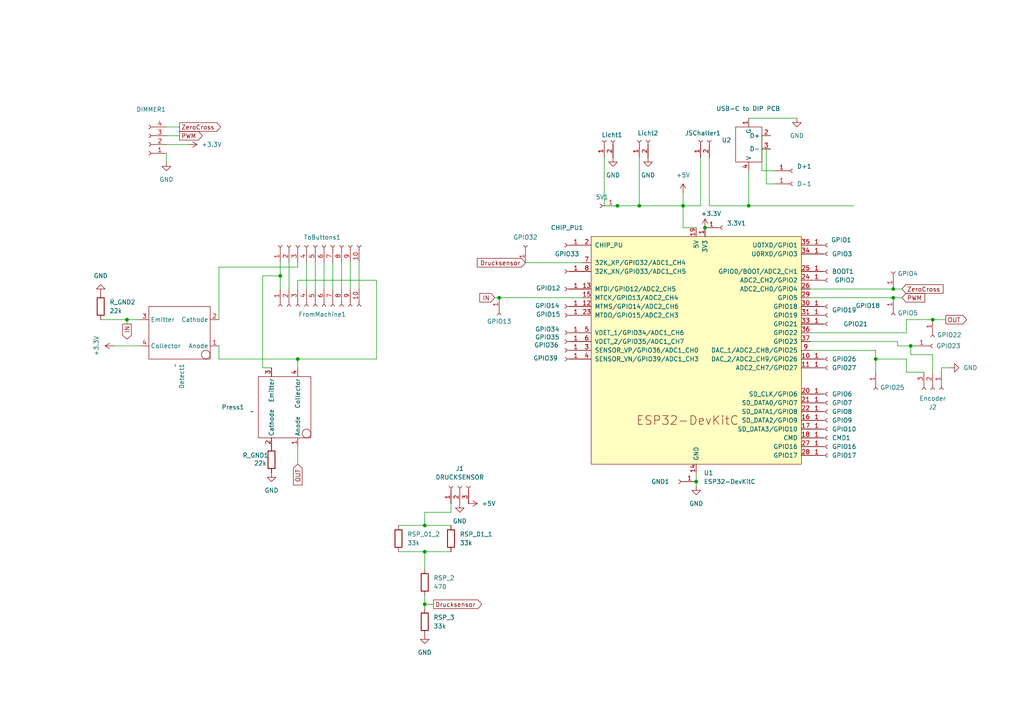
<source format=kicad_sch>
(kicad_sch (version 20231120) (generator "eeschema") (generator_version "8.0")
  (paper "A4")
  (lib_symbols
    (symbol "Connector:Conn_01x01_Socket" (pin_names (offset 1.016) hide)
      (property "Reference" "J" (at 0 2.54 0))
      (property "Value" "Conn_01x01_Socket" (at 0 -2.54 0))
      (symbol "Conn_01x01_Socket_1_1"
        (polyline (pts (xy -1.27 0) (xy -0.508 0)) (stroke (width 0.1524)))
        (arc (start 0 0.508) (mid -0.5058 0) (end 0 -0.508) (stroke (width 0.1524)))
        (pin passive line (at -5.08 0 0) (length 3.81) (name "Pin_1") (number "1"))
      )
    )
    (symbol "Connector:Conn_01x02_Socket" (pin_names (offset 1.016) hide)
      (property "Reference" "J" (at 0 2.54 0))
      (property "Value" "Conn_01x02_Socket" (at 0 -5.08 0))
      (symbol "Conn_01x02_Socket_1_1"
        (arc (start 0 -2.032) (mid -0.5058 -2.54) (end 0 -3.048) (stroke (width 0.1524)))
        (polyline (pts (xy -1.27 -2.54) (xy -0.508 -2.54)) (stroke (width 0.1524)))
        (polyline (pts (xy -1.27 0) (xy -0.508 0)) (stroke (width 0.1524)))
        (arc (start 0 0.508) (mid -0.5058 0) (end 0 -0.508) (stroke (width 0.1524)))
        (pin passive line (at -5.08 0 0) (length 3.81) (name "Pin_1") (number "1"))
        (pin passive line (at -5.08 -2.54 0) (length 3.81) (name "Pin_2") (number "2"))
      )
    )
    (symbol "Connector:Conn_01x03_Socket" (pin_names (offset 1.016) hide)
      (property "Reference" "J" (at 0 5.08 0))
      (property "Value" "Conn_01x03_Socket" (at 0 -5.08 0))
      (symbol "Conn_01x03_Socket_1_1"
        (arc (start 0 -2.032) (mid -0.5058 -2.54) (end 0 -3.048) (stroke (width 0.1524)))
        (polyline (pts (xy -1.27 -2.54) (xy -0.508 -2.54)) (stroke (width 0.1524)))
        (polyline (pts (xy -1.27 0) (xy -0.508 0)) (stroke (width 0.1524)))
        (polyline (pts (xy -1.27 2.54) (xy -0.508 2.54)) (stroke (width 0.1524)))
        (arc (start 0 0.508) (mid -0.5058 0) (end 0 -0.508) (stroke (width 0.1524)))
        (arc (start 0 3.048) (mid -0.5058 2.54) (end 0 2.032) (stroke (width 0.1524)))
        (pin passive line (at -5.08 2.54 0) (length 3.81) (name "Pin_1") (number "1"))
        (pin passive line (at -5.08 0 0) (length 3.81) (name "Pin_2") (number "2"))
        (pin passive line (at -5.08 -2.54 0) (length 3.81) (name "Pin_3") (number "3"))
      )
    )
    (symbol "Connector:Conn_01x04_Socket" (pin_names (offset 1.016) hide)
      (property "Reference" "J" (at 0 5.08 0))
      (property "Value" "Conn_01x04_Socket" (at 0 -7.62 0))
      (symbol "Conn_01x04_Socket_1_1"
        (arc (start 0 -4.572) (mid -0.5058 -5.08) (end 0 -5.588) (stroke (width 0.1524)))
        (arc (start 0 -2.032) (mid -0.5058 -2.54) (end 0 -3.048) (stroke (width 0.1524)))
        (polyline (pts (xy -1.27 -5.08) (xy -0.508 -5.08)) (stroke (width 0.1524)))
        (polyline (pts (xy -1.27 -2.54) (xy -0.508 -2.54)) (stroke (width 0.1524)))
        (polyline (pts (xy -1.27 0) (xy -0.508 0)) (stroke (width 0.1524)))
        (polyline (pts (xy -1.27 2.54) (xy -0.508 2.54)) (stroke (width 0.1524)))
        (arc (start 0 0.508) (mid -0.5058 0) (end 0 -0.508) (stroke (width 0.1524)))
        (arc (start 0 3.048) (mid -0.5058 2.54) (end 0 2.032) (stroke (width 0.1524)))
        (pin passive line (at -5.08 2.54 0) (length 3.81) (name "Pin_1") (number "1"))
        (pin passive line (at -5.08 0 0) (length 3.81) (name "Pin_2") (number "2"))
        (pin passive line (at -5.08 -2.54 0) (length 3.81) (name "Pin_3") (number "3"))
        (pin passive line (at -5.08 -5.08 0) (length 3.81) (name "Pin_4") (number "4"))
      )
    )
    (symbol "Connector:Conn_01x10_Socket" (pin_names (offset 1.016) hide)
      (property "Reference" "J" (at 0 12.7 0))
      (property "Value" "Conn_01x10_Socket" (at 0 -15.24 0))
      (symbol "Conn_01x10_Socket_1_1"
        (arc (start 0 -12.192) (mid -0.5058 -12.7) (end 0 -13.208) (stroke (width 0.1524)))
        (arc (start 0 -9.652) (mid -0.5058 -10.16) (end 0 -10.668) (stroke (width 0.1524)))
        (arc (start 0 -7.112) (mid -0.5058 -7.62) (end 0 -8.128) (stroke (width 0.1524)))
        (arc (start 0 -4.572) (mid -0.5058 -5.08) (end 0 -5.588) (stroke (width 0.1524)))
        (arc (start 0 -2.032) (mid -0.5058 -2.54) (end 0 -3.048) (stroke (width 0.1524)))
        (polyline (pts (xy -1.27 -12.7) (xy -0.508 -12.7)) (stroke (width 0.1524)))
        (polyline (pts (xy -1.27 -10.16) (xy -0.508 -10.16)) (stroke (width 0.1524)))
        (polyline (pts (xy -1.27 -7.62) (xy -0.508 -7.62)) (stroke (width 0.1524)))
        (polyline (pts (xy -1.27 -5.08) (xy -0.508 -5.08)) (stroke (width 0.1524)))
        (polyline (pts (xy -1.27 -2.54) (xy -0.508 -2.54)) (stroke (width 0.1524)))
        (polyline (pts (xy -1.27 0) (xy -0.508 0)) (stroke (width 0.1524)))
        (polyline (pts (xy -1.27 2.54) (xy -0.508 2.54)) (stroke (width 0.1524)))
        (polyline (pts (xy -1.27 5.08) (xy -0.508 5.08)) (stroke (width 0.1524)))
        (polyline (pts (xy -1.27 7.62) (xy -0.508 7.62)) (stroke (width 0.1524)))
        (polyline (pts (xy -1.27 10.16) (xy -0.508 10.16)) (stroke (width 0.1524)))
        (arc (start 0 0.508) (mid -0.5058 0) (end 0 -0.508) (stroke (width 0.1524)))
        (arc (start 0 3.048) (mid -0.5058 2.54) (end 0 2.032) (stroke (width 0.1524)))
        (arc (start 0 5.588) (mid -0.5058 5.08) (end 0 4.572) (stroke (width 0.1524)))
        (arc (start 0 8.128) (mid -0.5058 7.62) (end 0 7.112) (stroke (width 0.1524)))
        (arc (start 0 10.668) (mid -0.5058 10.16) (end 0 9.652) (stroke (width 0.1524)))
        (pin passive line (at -5.08 10.16 0) (length 3.81) (name "Pin_1") (number "1"))
        (pin passive line (at -5.08 -12.7 0) (length 3.81) (name "Pin_10") (number "10"))
        (pin passive line (at -5.08 7.62 0) (length 3.81) (name "Pin_2") (number "2"))
        (pin passive line (at -5.08 5.08 0) (length 3.81) (name "Pin_3") (number "3"))
        (pin passive line (at -5.08 2.54 0) (length 3.81) (name "Pin_4") (number "4"))
        (pin passive line (at -5.08 0 0) (length 3.81) (name "Pin_5") (number "5"))
        (pin passive line (at -5.08 -2.54 0) (length 3.81) (name "Pin_6") (number "6"))
        (pin passive line (at -5.08 -5.08 0) (length 3.81) (name "Pin_7") (number "7"))
        (pin passive line (at -5.08 -7.62 0) (length 3.81) (name "Pin_8") (number "8"))
        (pin passive line (at -5.08 -10.16 0) (length 3.81) (name "Pin_9") (number "9"))
      )
    )
    (symbol "Device:R" (pin_numbers hide) (pin_names (offset 0))
      (property "Reference" "R" (at 2.032 0 90))
      (property "Value" "R" (at 0 0 90))
      (symbol "R_0_1"
        (rectangle (start -1.016 -2.54) (end 1.016 2.54) (stroke (width 0.254)))
      )
      (symbol "R_1_1"
        (pin passive line (at 0 3.81 270) (length 1.27) (name "~") (number "1"))
        (pin passive line (at 0 -3.81 90) (length 1.27) (name "~") (number "2"))
      )
    )
    (symbol "PCM_Espressif:ESP32-DevKitC" (pin_names (offset 1.016))
      (property "Reference" "U" (at -30.48 38.1 0))
      (property "Value" "ESP32-DevKitC" (at -30.48 35.56 0))
      (symbol "ESP32-DevKitC_0_0"
        (text "ESP32-DevKitC" (at -2.54 -20.32 0) (effects (font (size 2.54 2.54))))
        (pin power_in line (at 0 -35.56 90) (length 2.54) (name "GND") (number "14"))
        (pin power_in line (at 0 35.56 270) (length 2.54) (name "5V") (number "19"))
      )
      (symbol "ESP32-DevKitC_0_1"
        (rectangle (start -30.48 33.02) (end 30.48 -33.02) (fill (type background)))
      )
      (symbol "ESP32-DevKitC_1_1"
        (pin power_in line (at 2.54 35.56 270) (length 2.54) (name "3V3") (number "1"))
        (pin bidirectional line (at 33.02 -2.54 180) (length 2.54) (name "DAC_2/ADC2_CH9/GPIO26") (number "10"))
        (pin bidirectional line (at 33.02 -5.08 180) (length 2.54) (name "ADC2_CH7/GPIO27") (number "11"))
        (pin bidirectional line (at -33.02 12.7 0) (length 2.54) (name "MTMS/GPIO14/ADC2_CH6") (number "12"))
        (pin bidirectional line (at -33.02 17.78 0) (length 2.54) (name "MTDI/GPIO12/ADC2_CH5") (number "13"))
        (pin bidirectional line (at -33.02 15.24 0) (length 2.54) (name "MTCK/GPIO13/ADC2_CH4") (number "15"))
        (pin bidirectional line (at 33.02 -20.32 180) (length 2.54) (name "SD_DATA2/GPIO9") (number "16"))
        (pin bidirectional line (at 33.02 -22.86 180) (length 2.54) (name "SD_DATA3/GPIO10") (number "17"))
        (pin bidirectional line (at 33.02 -25.4 180) (length 2.54) (name "CMD") (number "18"))
        (pin input line (at -33.02 30.48 0) (length 2.54) (name "CHIP_PU") (number "2"))
        (pin bidirectional line (at 33.02 -12.7 180) (length 2.54) (name "SD_CLK/GPIO6") (number "20"))
        (pin bidirectional line (at 33.02 -15.24 180) (length 2.54) (name "SD_DATA0/GPIO7") (number "21"))
        (pin bidirectional line (at 33.02 -17.78 180) (length 2.54) (name "SD_DATA1/GPIO8") (number "22"))
        (pin bidirectional line (at -33.02 10.16 0) (length 2.54) (name "MTDO/GPIO15/ADC2_CH3") (number "23"))
        (pin bidirectional line (at 33.02 20.32 180) (length 2.54) (name "ADC2_CH2/GPIO2") (number "24"))
        (pin bidirectional line (at 33.02 22.86 180) (length 2.54) (name "GPIO0/BOOT/ADC2_CH1") (number "25"))
        (pin bidirectional line (at 33.02 17.78 180) (length 2.54) (name "ADC2_CH0/GPIO4") (number "26"))
        (pin bidirectional line (at 33.02 -27.94 180) (length 2.54) (name "GPIO16") (number "27"))
        (pin bidirectional line (at 33.02 -30.48 180) (length 2.54) (name "GPIO17") (number "28"))
        (pin bidirectional line (at 33.02 15.24 180) (length 2.54) (name "GPIO5") (number "29"))
        (pin input line (at -33.02 0 0) (length 2.54) (name "SENSOR_VP/GPIO36/ADC1_CH0") (number "3"))
        (pin bidirectional line (at 33.02 12.7 180) (length 2.54) (name "GPIO18") (number "30"))
        (pin bidirectional line (at 33.02 10.16 180) (length 2.54) (name "GPIO19") (number "31"))
        (pin passive line (at 0 -35.56 90) (length 2.54) hide (name "GND") (number "32"))
        (pin bidirectional line (at 33.02 7.62 180) (length 2.54) (name "GPIO21") (number "33"))
        (pin bidirectional line (at 33.02 27.94 180) (length 2.54) (name "U0RXD/GPIO3") (number "34"))
        (pin bidirectional line (at 33.02 30.48 180) (length 2.54) (name "U0TXD/GPIO1") (number "35"))
        (pin bidirectional line (at 33.02 5.08 180) (length 2.54) (name "GPIO22") (number "36"))
        (pin bidirectional line (at 33.02 2.54 180) (length 2.54) (name "GPIO23") (number "37"))
        (pin passive line (at 0 -35.56 90) (length 2.54) hide (name "GND") (number "38"))
        (pin input line (at -33.02 -2.54 0) (length 2.54) (name "SENSOR_VN/GPIO39/ADC1_CH3") (number "4"))
        (pin input line (at -33.02 5.08 0) (length 2.54) (name "VDET_1/GPIO34/ADC1_CH6") (number "5"))
        (pin input line (at -33.02 2.54 0) (length 2.54) (name "VDET_2/GPIO35/ADC1_CH7") (number "6"))
        (pin bidirectional line (at -33.02 25.4 0) (length 2.54) (name "32K_XP/GPIO32/ADC1_CH4") (number "7"))
        (pin bidirectional line (at -33.02 22.86 0) (length 2.54) (name "32K_XN/GPIO33/ADC1_CH5") (number "8"))
        (pin bidirectional line (at 33.02 0 180) (length 2.54) (name "DAC_1/ADC2_CH8/GPIO25") (number "9"))
      )
    )
    (symbol "mylib:HCPL-817-00AEOPTOKOPPLER"
      (property "Reference" "U" (at -5.334 12.192 0))
      (symbol "HCPL-817-00AEOPTOKOPPLER_0_1"
        (circle (center -11.43 -5.08) (radius 1.27))
        (rectangle (start 2.54 -6.35) (end -12.7 11.43))
      )
      (symbol "HCPL-817-00AEOPTOKOPPLER_1_1"
        (pin input line (at -8.89 -8.89 90) (length 2.54) (name "Anode") (number "1"))
        (pin output line (at -1.27 -8.89 90) (length 2.54) (name "Cathode") (number "2"))
        (pin output line (at -1.27 13.97 270) (length 2.54) (name "Emitter") (number "3"))
        (pin input line (at -8.89 13.97 270) (length 2.54) (name "Collector") (number "4"))
      )
    )
    (symbol "mylib:USB-C_zu_DIP_PCB"
      (property "Reference" "U" (at 0 0 0))
      (property "Value" "USB-C to DIP PCB" (at 13.462 0 0))
      (symbol "USB-C_zu_DIP_PCB_0_1"
        (rectangle (start -3.81 5.08) (end 3.81 -5.08))
      )
      (symbol "USB-C_zu_DIP_PCB_1_1"
        (pin power_out line (at 0 -7.62 90) (length 2.54) (name "G") (number "1"))
        (pin input line (at -6.35 -2.54 0) (length 2.54) (name "D+") (number "2"))
        (pin input line (at -6.35 1.27 0) (length 2.54) (name "D-") (number "3"))
        (pin power_out line (at 0 7.62 270) (length 2.54) (name "V") (number "4"))
      )
    )
    (symbol "power:+3.3V" (power) (pin_numbers hide) (pin_names (offset 0) hide)
      (property "Value" "+3.3V" (at 0 3.556 0))
      (symbol "+3.3V_0_1"
        (polyline (pts (xy -0.762 1.27) (xy 0 2.54)))
        (polyline (pts (xy 0 0) (xy 0 2.54)))
        (polyline (pts (xy 0 2.54) (xy 0.762 1.27)))
      )
      (symbol "+3.3V_1_1"
        (pin power_in line (at 0 0 90) (length 0) (name "~") (number "1"))
      )
    )
    (symbol "power:+5V" (power) (pin_numbers hide) (pin_names (offset 0) hide)
      (property "Value" "+5V" (at 0 3.556 0))
      (symbol "+5V_0_1"
        (polyline (pts (xy -0.762 1.27) (xy 0 2.54)))
        (polyline (pts (xy 0 0) (xy 0 2.54)))
        (polyline (pts (xy 0 2.54) (xy 0.762 1.27)))
      )
      (symbol "+5V_1_1"
        (pin power_in line (at 0 0 90) (length 0) (name "~") (number "1"))
      )
    )
    (symbol "power:GND" (power) (pin_numbers hide) (pin_names (offset 0) hide)
      (property "Value" "GND" (at 0 -3.81 0))
      (symbol "GND_0_1"
        (polyline (pts (xy 0 0) (xy 0 -1.27) (xy 1.27 -1.27) (xy 0 -2.54) (xy -1.27 -1.27) (xy 0 -1.27)))
      )
      (symbol "GND_1_1"
        (pin power_in line (at 0 0 270) (length 0) (name "~") (number "1"))
      )
    )
  )
  (junction (at 185.42 59.69))
  (junction (at 123.19 160.02))
  (junction (at 36.83 92.71))
  (junction (at 86.36 104.14))
  (junction (at 217.17 59.69))
  (junction (at 204.47 66.04))
  (junction (at 259.08 86.36))
  (junction (at 144.78 86.36))
  (junction (at 123.19 175.26))
  (junction (at 270.51 92.71))
  (junction (at 123.19 152.4))
  (junction (at 201.93 139.7))
  (junction (at 254 104.14))
  (junction (at 198.12 59.69))
  (junction (at 179.07 59.69))
  (junction (at 259.08 83.82))
  (junction (at 81.28 80.01))
  (junction (at 264.16 100.33))
  (wire (pts (xy 86.36 106.68) (xy 86.36 104.14)))
  (wire (pts (xy 261.62 83.82) (xy 259.08 83.82)))
  (wire (pts (xy 123.19 148.59) (xy 130.81 148.59)))
  (wire (pts (xy 63.5 77.47) (xy 86.36 77.47)))
  (wire (pts (xy 220.98 49.53) (xy 224.79 49.53)))
  (wire (pts (xy 33.02 100.33) (xy 40.64 100.33)))
  (wire (pts (xy 217.17 34.29) (xy 231.14 34.29)))
  (wire (pts (xy 86.36 83.82) (xy 86.36 81.28)))
  (wire (pts (xy 198.12 66.04) (xy 201.93 66.04)))
  (wire (pts (xy 123.19 152.4) (xy 130.81 152.4)))
  (wire (pts (xy 123.19 175.26) (xy 123.19 176.53)))
  (wire (pts (xy 93.98 76.2) (xy 93.98 83.82)))
  (wire (pts (xy 264.16 102.87) (xy 264.16 100.33)))
  (wire (pts (xy 262.89 104.14) (xy 254 104.14)))
  (wire (pts (xy 76.2 80.01) (xy 81.28 80.01)))
  (wire (pts (xy 234.95 101.6) (xy 254 101.6)))
  (wire (pts (xy 267.97 107.95) (xy 262.89 107.95)))
  (wire (pts (xy 261.62 86.36) (xy 259.08 86.36)))
  (wire (pts (xy 198.12 55.88) (xy 198.12 59.69)))
  (wire (pts (xy 201.93 139.7) (xy 201.93 140.97)))
  (wire (pts (xy 115.57 152.4) (xy 123.19 152.4)))
  (wire (pts (xy 234.95 99.06) (xy 260.35 99.06)))
  (wire (pts (xy 91.44 76.2) (xy 91.44 83.82)))
  (wire (pts (xy 262.89 96.52) (xy 262.89 92.71)))
  (wire (pts (xy 86.36 77.47) (xy 86.36 76.2)))
  (wire (pts (xy 123.19 172.72) (xy 123.19 175.26)))
  (wire (pts (xy 36.83 93.98) (xy 36.83 92.71)))
  (wire (pts (xy 101.6 76.2) (xy 101.6 83.82)))
  (wire (pts (xy 259.08 83.82) (xy 234.95 83.82)))
  (wire (pts (xy 205.74 59.69) (xy 217.17 59.69)))
  (wire (pts (xy 76.2 80.01) (xy 76.2 106.68)))
  (wire (pts (xy 96.52 76.2) (xy 96.52 83.82)))
  (wire (pts (xy 86.36 134.62) (xy 86.36 129.54)))
  (wire (pts (xy 270.51 102.87) (xy 264.16 102.87)))
  (wire (pts (xy 254 104.14) (xy 254 107.95)))
  (wire (pts (xy 109.22 81.28) (xy 109.22 104.14)))
  (wire (pts (xy 86.36 81.28) (xy 109.22 81.28)))
  (wire (pts (xy 179.07 59.69) (xy 185.42 59.69)))
  (wire (pts (xy 99.06 76.2) (xy 99.06 83.82)))
  (wire (pts (xy 29.21 92.71) (xy 36.83 92.71)))
  (wire (pts (xy 273.05 107.95) (xy 273.05 106.68)))
  (wire (pts (xy 175.26 45.72) (xy 175.26 59.69)))
  (wire (pts (xy 109.22 104.14) (xy 86.36 104.14)))
  (wire (pts (xy 143.51 86.36) (xy 144.78 86.36)))
  (wire (pts (xy 175.26 59.69) (xy 179.07 59.69)))
  (wire (pts (xy 203.2 45.72) (xy 203.2 59.69)))
  (wire (pts (xy 144.78 86.36) (xy 168.91 86.36)))
  (wire (pts (xy 76.2 106.68) (xy 78.74 106.68)))
  (wire (pts (xy 130.81 148.59) (xy 130.81 146.05)))
  (wire (pts (xy 265.43 100.33) (xy 264.16 100.33)))
  (wire (pts (xy 115.57 160.02) (xy 123.19 160.02)))
  (wire (pts (xy 205.74 45.72) (xy 205.74 59.69)))
  (wire (pts (xy 185.42 59.69) (xy 198.12 59.69)))
  (wire (pts (xy 123.19 148.59) (xy 123.19 152.4)))
  (wire (pts (xy 54.61 41.91) (xy 48.26 41.91)))
  (wire (pts (xy 152.4 76.2) (xy 168.91 76.2)))
  (wire (pts (xy 83.82 76.2) (xy 83.82 83.82)))
  (wire (pts (xy 185.42 45.72) (xy 185.42 59.69)))
  (wire (pts (xy 201.93 137.16) (xy 201.93 139.7)))
  (wire (pts (xy 123.19 165.1) (xy 123.19 160.02)))
  (wire (pts (xy 270.51 107.95) (xy 270.51 102.87)))
  (wire (pts (xy 260.35 100.33) (xy 260.35 99.06)))
  (wire (pts (xy 259.08 86.36) (xy 234.95 86.36)))
  (wire (pts (xy 198.12 59.69) (xy 198.12 66.04)))
  (wire (pts (xy 52.07 39.37) (xy 48.26 39.37)))
  (wire (pts (xy 81.28 76.2) (xy 81.28 80.01)))
  (wire (pts (xy 123.19 160.02) (xy 130.81 160.02)))
  (wire (pts (xy 223.52 39.37) (xy 220.98 39.37)))
  (wire (pts (xy 81.28 80.01) (xy 81.28 83.82)))
  (wire (pts (xy 274.32 92.71) (xy 270.51 92.71)))
  (wire (pts (xy 222.25 53.34) (xy 224.79 53.34)))
  (wire (pts (xy 222.25 43.18) (xy 222.25 53.34)))
  (wire (pts (xy 234.95 96.52) (xy 262.89 96.52)))
  (wire (pts (xy 262.89 107.95) (xy 262.89 104.14)))
  (wire (pts (xy 217.17 59.69) (xy 247.65 59.69)))
  (wire (pts (xy 273.05 106.68) (xy 275.59 106.68)))
  (wire (pts (xy 63.5 100.33) (xy 63.5 104.14)))
  (wire (pts (xy 88.9 76.2) (xy 88.9 83.82)))
  (wire (pts (xy 254 101.6) (xy 254 104.14)))
  (wire (pts (xy 125.73 175.26) (xy 123.19 175.26)))
  (wire (pts (xy 264.16 100.33) (xy 260.35 100.33)))
  (wire (pts (xy 203.2 59.69) (xy 198.12 59.69)))
  (wire (pts (xy 63.5 92.71) (xy 63.5 77.47)))
  (wire (pts (xy 36.83 92.71) (xy 40.64 92.71)))
  (wire (pts (xy 104.14 76.2) (xy 104.14 83.82)))
  (wire (pts (xy 220.98 39.37) (xy 220.98 49.53)))
  (wire (pts (xy 52.07 36.83) (xy 48.26 36.83)))
  (wire (pts (xy 262.89 92.71) (xy 270.51 92.71)))
  (wire (pts (xy 223.52 43.18) (xy 222.25 43.18)))
  (wire (pts (xy 48.26 46.99) (xy 48.26 44.45)))
  (wire (pts (xy 217.17 49.53) (xy 217.17 59.69)))
  (wire (pts (xy 63.5 104.14) (xy 86.36 104.14)))
  (global_label "Drucksensor" (shape input) (at 152.4 76.2 180) (property "Intersheetrefs" "${INTERSHEET_REFS}" (effects (hide yes))))
  (global_label "IN" (shape input) (at 143.51 86.36 180) (property "Intersheetrefs" "${INTERSHEET_REFS}" (effects (hide yes))))
  (global_label "OUT" (shape input) (at 86.36 134.62 270) (property "Intersheetrefs" "${INTERSHEET_REFS}" (effects (hide yes))))
  (global_label "OUT" (shape output) (at 274.32 92.71 0) (property "Intersheetrefs" "${INTERSHEET_REFS}" (effects (hide yes))))
  (global_label "Drucksensor" (shape output) (at 125.73 175.26 0) (property "Intersheetrefs" "${INTERSHEET_REFS}" (effects (hide yes))))
  (global_label "PWM" (shape input) (at 261.62 86.36 0) (property "Intersheetrefs" "${INTERSHEET_REFS}" (effects (hide yes))))
  (global_label "PWM" (shape output) (at 52.07 39.37 0) (property "Intersheetrefs" "${INTERSHEET_REFS}" (effects (hide yes))))
  (global_label "ZeroCross" (shape input) (at 261.62 83.82 0) (property "Intersheetrefs" "${INTERSHEET_REFS}" (effects (hide yes))))
  (global_label "IN" (shape output) (at 36.83 93.98 270) (property "Intersheetrefs" "${INTERSHEET_REFS}" (effects (hide yes))))
  (global_label "ZeroCross" (shape output) (at 52.07 36.83 0) (property "Intersheetrefs" "${INTERSHEET_REFS}" (effects (hide yes))))
  (symbol (lib_id "Connector:Conn_01x01_Socket") (at 144.78 91.44 270) (unit 1)
    (property "Reference" "GPIO13" (at 141.224 93.218 90) (effects (justify left)))
    (property "Value" "Conn_01x01_Socket" (effects (hide yes)))
    (property "Footprint" "Connector_PinHeader_2.54mm:PinHeader_1x01_P2.54mm_Vertical" (effects (hide yes)))
    (property "Description" "Generic connector, single row, 01x01, script generated" (effects (hide yes)))
  )
  (symbol (lib_id "Connector:Conn_01x01_Socket") (at 152.4 71.12 90) (unit 1)
    (property "Reference" "GPIO32" (at 148.844 68.834 90) (effects (justify right)))
    (property "Value" "Conn_01x01_Socket" (effects (hide yes)))
    (property "Footprint" "Connector_PinHeader_2.54mm:PinHeader_1x01_P2.54mm_Vertical" (effects (hide yes)))
    (property "Description" "Generic connector, single row, 01x01, script generated" (effects (hide yes)))
  )
  (symbol (lib_id "power:+3.3V") (at 204.47 66.04 0) (unit 1)
    (property "Reference" "#PWR07" (effects (hide yes)))
    (property "Value" "+3.3V" (at 206.248 61.976 0))
    (property "Description" "Power symbol creates a global label with name \"+3.3V\"" (effects (hide yes)))
  )
  (symbol (lib_id "Connector:Conn_01x03_Socket") (at 270.51 113.03 270) (unit 1)
    (property "Reference" "J2" (at 270.51 118.11 90))
    (property "Value" "Encoder" (at 270.51 115.57 90))
    (property "Footprint" "Connector_JST:JST_XH_B3B-XH-A_1x03_P2.50mm_Vertical" (effects (hide yes)))
    (property "Description" "Generic connector, single row, 01x03, script generated" (effects (hide yes)))
  )
  (symbol (lib_id "Device:R") (at 78.74 133.35 0) (unit 1)
    (property "Reference" "R_GND1" (at 70.358 132.08 0) (effects (justify left)))
    (property "Value" "22k" (at 73.66 134.366 0) (effects (justify left)))
    (property "Footprint" "Resistor_THT:R_Axial_DIN0207_L6.3mm_D2.5mm_P10.16mm_Horizontal" (effects (hide yes)))
    (property "Description" "Resistor" (effects (hide yes)))
  )
  (symbol (lib_id "Connector:Conn_01x01_Socket") (at 240.03 73.66 0) (unit 1)
    (property "Reference" "GPIO3" (at 241.3 73.6599 0) (effects (justify left)))
    (property "Value" "Conn_01x01_Socket" (effects (hide yes)))
    (property "Footprint" "Connector_PinHeader_2.54mm:PinHeader_1x01_P2.54mm_Vertical" (effects (hide yes)))
    (property "Description" "Generic connector, single row, 01x01, script generated" (effects (hide yes)))
  )
  (symbol (lib_id "Connector:Conn_01x01_Socket") (at 240.03 114.3 0) (unit 1)
    (property "Reference" "GPIO6" (at 241.3 114.2999 0) (effects (justify left)))
    (property "Value" "Conn_01x01_Socket" (effects (hide yes)))
    (property "Footprint" "Connector_PinHeader_2.54mm:PinHeader_1x01_P2.54mm_Vertical" (effects (hide yes)))
    (property "Description" "Generic connector, single row, 01x01, script generated" (effects (hide yes)))
  )
  (symbol (lib_id "Connector:Conn_01x01_Socket") (at 163.83 104.14 180) (unit 1)
    (property "Reference" "GPIO39" (at 158.242 103.886 0))
    (property "Value" "Conn_01x01_Socket" (effects (hide yes)))
    (property "Footprint" "Connector_PinHeader_2.54mm:PinHeader_1x01_P2.54mm_Vertical" (effects (hide yes)))
    (property "Description" "Generic connector, single row, 01x01, script generated" (effects (hide yes)))
  )
  (symbol (lib_id "Connector:Conn_01x04_Socket") (at 43.18 41.91 180) (unit 1)
    (property "Reference" "DIMMER1" (at 43.815 31.75 0))
    (property "Value" "Conn_01x04_Socket" (effects (hide yes)))
    (property "Footprint" "Connector_JST:JST_XH_B4B-XH-A_1x04_P2.50mm_Vertical" (effects (hide yes)))
    (property "Description" "Generic connector, single row, 01x04, script generated" (effects (hide yes)))
  )
  (symbol (lib_id "mylib:HCPL-817-00AEOPTOKOPPLER") (at 54.61 91.44 90) (unit 1)
    (property "Reference" "Detect1" (at 52.7051 105.41 0) (effects (justify right)))
    (property "Value" "~" (at 50.8 105.41 0) (effects (justify right)))
    (property "Footprint" "myLib:HCPL-817" (effects (hide yes)))
  )
  (symbol (lib_id "Connector:Conn_01x01_Socket") (at 259.08 91.44 270) (unit 1)
    (property "Reference" "GPIO5" (at 260.35 90.8049 90) (effects (justify left)))
    (property "Value" "Conn_01x01_Socket" (effects (hide yes)))
    (property "Footprint" "Connector_PinHeader_2.54mm:PinHeader_1x01_P2.54mm_Vertical" (effects (hide yes)))
    (property "Description" "Generic connector, single row, 01x01, script generated" (effects (hide yes)))
  )
  (symbol (lib_id "Connector:Conn_01x01_Socket") (at 240.03 129.54 0) (unit 1)
    (property "Reference" "GPIO16" (at 241.3 129.5399 0) (effects (justify left)))
    (property "Value" "Conn_01x01_Socket" (effects (hide yes)))
    (property "Footprint" "Connector_PinHeader_2.54mm:PinHeader_1x01_P2.54mm_Vertical" (effects (hide yes)))
    (property "Description" "Generic connector, single row, 01x01, script generated" (effects (hide yes)))
  )
  (symbol (lib_id "power:GND") (at 48.26 46.99 0) (unit 1)
    (property "Reference" "#PWR010" (effects (hide yes)))
    (property "Value" "GND" (at 48.26 52.07 0))
    (property "Description" "Power symbol creates a global label with name \"GND\" , ground" (effects (hide yes)))
  )
  (symbol (lib_id "power:GND") (at 187.96 45.72 0) (unit 1)
    (property "Reference" "#PWR013" (effects (hide yes)))
    (property "Value" "GND" (at 187.96 50.8 0))
    (property "Description" "Power symbol creates a global label with name \"GND\" , ground" (effects (hide yes)))
  )
  (symbol (lib_id "Connector:Conn_01x01_Socket") (at 240.03 119.38 0) (unit 1)
    (property "Reference" "GPIO8" (at 241.3 119.3799 0) (effects (justify left)))
    (property "Value" "Conn_01x01_Socket" (effects (hide yes)))
    (property "Footprint" "Connector_PinHeader_2.54mm:PinHeader_1x01_P2.54mm_Vertical" (effects (hide yes)))
    (property "Description" "Generic connector, single row, 01x01, script generated" (effects (hide yes)))
  )
  (symbol (lib_id "Connector:Conn_01x02_Socket") (at 203.2 40.64 90) (unit 1)
    (property "Reference" "JSChalter1" (at 198.628 38.608 90) (effects (justify right)))
    (property "Value" "Conn_01x02_Socket" (effects (hide yes)))
    (property "Footprint" "Connector_JST:JST_EH_B2B-EH-A_1x02_P2.50mm_Vertical" (effects (hide yes)))
    (property "Description" "Generic connector, single row, 01x02, script generated" (effects (hide yes)))
  )
  (symbol (lib_id "Connector:Conn_01x01_Socket") (at 163.83 91.44 180) (unit 1)
    (property "Reference" "GPIO15" (at 159.004 91.186 0))
    (property "Value" "Conn_01x01_Socket" (effects (hide yes)))
    (property "Footprint" "Connector_PinHeader_2.54mm:PinHeader_1x01_P2.54mm_Vertical" (effects (hide yes)))
    (property "Description" "Generic connector, single row, 01x01, script generated" (effects (hide yes)))
  )
  (symbol (lib_id "Connector:Conn_01x01_Socket") (at 240.03 127 0) (unit 1)
    (property "Reference" "CMD1" (at 241.3 126.9999 0) (effects (justify left)))
    (property "Value" "Conn_01x01_Socket" (effects (hide yes)))
    (property "Footprint" "Connector_PinHeader_2.54mm:PinHeader_1x01_P2.54mm_Vertical" (effects (hide yes)))
    (property "Description" "Generic connector, single row, 01x01, script generated" (effects (hide yes)))
  )
  (symbol (lib_id "Connector:Conn_01x01_Socket") (at 229.87 49.53 0) (unit 1)
    (property "Reference" "D+1" (at 231.14 48.2599 0) (effects (justify left)))
    (property "Value" "Conn_01x01_Socket" (effects (hide yes)))
    (property "Footprint" "Connector_PinHeader_2.54mm:PinHeader_1x01_P2.54mm_Vertical" (effects (hide yes)))
    (property "Description" "Generic connector, single row, 01x01, script generated" (effects (hide yes)))
  )
  (symbol (lib_id "power:GND") (at 177.8 45.72 0) (unit 1)
    (property "Reference" "#PWR014" (effects (hide yes)))
    (property "Value" "GND" (at 177.8 50.8 0))
    (property "Description" "Power symbol creates a global label with name \"GND\" , ground" (effects (hide yes)))
  )
  (symbol (lib_id "mylib:HCPL-817-00AEOPTOKOPPLER") (at 77.47 120.65 0) (mirror y) (unit 1)
    (property "Reference" "Press1" (at 70.866 118.11 0) (effects (justify left)))
    (property "Value" "~" (at 73.66 119.38 0) (effects (justify left)))
    (property "Footprint" "myLib:HCPL-817" (effects (hide yes)))
  )
  (symbol (lib_id "Device:R") (at 123.19 180.34 0) (unit 1)
    (property "Reference" "RSP_3" (at 125.73 179.0699 0) (effects (justify left)))
    (property "Value" "33k" (at 125.73 181.6099 0) (effects (justify left)))
    (property "Footprint" "Resistor_THT:R_Axial_DIN0207_L6.3mm_D2.5mm_P10.16mm_Horizontal" (effects (hide yes)))
    (property "Description" "Resistor" (effects (hide yes)))
  )
  (symbol (lib_id "Device:R") (at 29.21 88.9 0) (unit 1)
    (property "Reference" "R_GND2" (at 31.75 87.6299 0) (effects (justify left)))
    (property "Value" "22k" (at 31.75 90.1699 0) (effects (justify left)))
    (property "Footprint" "Resistor_THT:R_Axial_DIN0207_L6.3mm_D2.5mm_P10.16mm_Horizontal" (effects (hide yes)))
    (property "Description" "Resistor" (effects (hide yes)))
  )
  (symbol (lib_id "Connector:Conn_01x10_Socket") (at 91.44 88.9 90) (mirror x) (unit 1)
    (property "Reference" "FromMachine1" (at 93.472 91.186 90))
    (property "Value" "Conn_01x10_Socket" (effects (hide yes)))
    (property "Footprint" "Connector_IDC:IDC-Header_2x05_P2.54mm_Vertical" (effects (hide yes)))
    (property "Description" "Generic connector, single row, 01x10, script generated" (effects (hide yes)))
  )
  (symbol (lib_id "Connector:Conn_01x10_Socket") (at 91.44 71.12 90) (unit 1)
    (property "Reference" "ToButtons1" (at 93.472 68.834 90))
    (property "Value" "Conn_01x10_Socket" (effects (hide yes)))
    (property "Footprint" "Connector_IDC:IDC-Header_2x05_P2.54mm_Vertical" (effects (hide yes)))
    (property "Description" "Generic connector, single row, 01x10, script generated" (effects (hide yes)))
  )
  (symbol (lib_id "Connector:Conn_01x01_Socket") (at 240.03 132.08 0) (unit 1)
    (property "Reference" "GPIO17" (at 241.3 132.0799 0) (effects (justify left)))
    (property "Value" "Conn_01x01_Socket" (effects (hide yes)))
    (property "Footprint" "Connector_PinHeader_2.54mm:PinHeader_1x01_P2.54mm_Vertical" (effects (hide yes)))
    (property "Description" "Generic connector, single row, 01x01, script generated" (effects (hide yes)))
  )
  (symbol (lib_id "Connector:Conn_01x01_Socket") (at 196.85 139.7 180) (unit 1)
    (property "Reference" "GND1" (at 191.516 139.7 0))
    (property "Value" "Conn_01x01_Socket" (effects (hide yes)))
    (property "Footprint" "Connector_PinHeader_2.54mm:PinHeader_1x01_P2.54mm_Vertical" (effects (hide yes)))
    (property "Description" "Generic connector, single row, 01x01, script generated" (effects (hide yes)))
  )
  (symbol (lib_id "power:GND") (at 78.74 137.16 0) (unit 1)
    (property "Reference" "#PWR012" (effects (hide yes)))
    (property "Value" "GND" (at 78.74 142.24 0))
    (property "Description" "Power symbol creates a global label with name \"GND\" , ground" (effects (hide yes)))
  )
  (symbol (lib_id "PCM_Espressif:ESP32-DevKitC") (at 201.93 101.6 0) (unit 1)
    (property "Reference" "U1" (at 204.1241 137.16 0) (effects (justify left)))
    (property "Value" "ESP32-DevKitC" (at 204.1241 139.7 0) (effects (justify left)))
    (property "Footprint" "myLib:ESP32-DevKitC" (effects (hide yes)))
    (property "Datasheet" "https://docs.espressif.com/projects/esp-idf/zh_CN/latest/esp32/hw-reference/esp32/get-started-devkitc.html" (effects (hide yes)))
    (property "Description" "Development Kit" (effects (hide yes)))
  )
  (symbol (lib_id "Connector:Conn_01x01_Socket") (at 163.83 78.74 180) (unit 1)
    (property "Reference" "GPIO33" (at 164.465 73.66 0))
    (property "Value" "Conn_01x01_Socket" (effects (hide yes)))
    (property "Footprint" "Connector_PinHeader_2.54mm:PinHeader_1x01_P2.54mm_Vertical" (effects (hide yes)))
    (property "Description" "Generic connector, single row, 01x01, script generated" (effects (hide yes)))
  )
  (symbol (lib_id "Connector:Conn_01x01_Socket") (at 270.51 100.33 0) (unit 1)
    (property "Reference" "GPIO23" (at 271.526 100.33 0) (effects (justify left)))
    (property "Value" "Conn_01x01_Socket" (effects (hide yes)))
    (property "Footprint" "Connector_PinHeader_2.54mm:PinHeader_1x01_P2.54mm_Vertical" (effects (hide yes)))
    (property "Description" "Generic connector, single row, 01x01, script generated" (effects (hide yes)))
  )
  (symbol (lib_id "Connector:Conn_01x01_Socket") (at 173.99 59.69 180) (unit 1)
    (property "Reference" "5V1" (at 174.625 57.15 0))
    (property "Value" "Conn_01x01_Socket" (effects (hide yes)))
    (property "Footprint" "Connector_PinHeader_2.54mm:PinHeader_1x01_P2.54mm_Vertical" (effects (hide yes)))
    (property "Description" "Generic connector, single row, 01x01, script generated" (effects (hide yes)))
  )
  (symbol (lib_id "Connector:Conn_01x01_Socket") (at 163.83 101.6 180) (unit 1)
    (property "Reference" "GPIO36" (at 158.496 100.076 0))
    (property "Value" "Conn_01x01_Socket" (effects (hide yes)))
    (property "Footprint" "Connector_PinHeader_2.54mm:PinHeader_1x01_P2.54mm_Vertical" (effects (hide yes)))
    (property "Description" "Generic connector, single row, 01x01, script generated" (effects (hide yes)))
  )
  (symbol (lib_id "Connector:Conn_01x01_Socket") (at 163.83 96.52 180) (unit 1)
    (property "Reference" "GPIO34" (at 158.75 95.504 0))
    (property "Value" "Conn_01x01_Socket" (effects (hide yes)))
    (property "Footprint" "Connector_PinHeader_2.54mm:PinHeader_1x01_P2.54mm_Vertical" (effects (hide yes)))
    (property "Description" "Generic connector, single row, 01x01, script generated" (effects (hide yes)))
  )
  (symbol (lib_id "power:+3.3V") (at 33.02 100.33 90) (unit 1)
    (property "Reference" "#PWR08" (effects (hide yes)))
    (property "Value" "+3.3V" (at 27.94 100.33 0))
    (property "Description" "Power symbol creates a global label with name \"+3.3V\"" (effects (hide yes)))
  )
  (symbol (lib_id "Connector:Conn_01x01_Socket") (at 163.83 71.12 180) (unit 1)
    (property "Reference" "CHIP_PU1" (at 164.465 66.04 0))
    (property "Value" "Conn_01x01_Socket" (effects (hide yes)))
    (property "Footprint" "Connector_PinHeader_2.54mm:PinHeader_1x01_P2.54mm_Vertical" (effects (hide yes)))
    (property "Description" "Generic connector, single row, 01x01, script generated" (effects (hide yes)))
  )
  (symbol (lib_id "power:GND") (at 133.35 146.05 0) (unit 1)
    (property "Reference" "#PWR03" (effects (hide yes)))
    (property "Value" "GND" (at 133.35 151.13 0))
    (property "Description" "Power symbol creates a global label with name \"GND\" , ground" (effects (hide yes)))
  )
  (symbol (lib_id "power:GND") (at 275.59 106.68 90) (unit 1)
    (property "Reference" "#PWR015" (effects (hide yes)))
    (property "Value" "GND" (at 279.4 106.6799 90) (effects (justify right)))
    (property "Description" "Power symbol creates a global label with name \"GND\" , ground" (effects (hide yes)))
  )
  (symbol (lib_id "Connector:Conn_01x01_Socket") (at 163.83 99.06 180) (unit 1)
    (property "Reference" "GPIO35" (at 158.75 97.79 0))
    (property "Value" "Conn_01x01_Socket" (effects (hide yes)))
    (property "Footprint" "Connector_PinHeader_2.54mm:PinHeader_1x01_P2.54mm_Vertical" (effects (hide yes)))
    (property "Description" "Generic connector, single row, 01x01, script generated" (effects (hide yes)))
  )
  (symbol (lib_id "Connector:Conn_01x01_Socket") (at 240.03 91.44 0) (unit 1)
    (property "Reference" "GPIO19" (at 241.3 89.916 0) (effects (justify left)))
    (property "Value" "Conn_01x01_Socket" (effects (hide yes)))
    (property "Footprint" "Connector_PinHeader_2.54mm:PinHeader_1x01_P2.54mm_Vertical" (effects (hide yes)))
    (property "Description" "Generic connector, single row, 01x01, script generated" (effects (hide yes)))
  )
  (symbol (lib_id "mylib:USB-C_zu_DIP_PCB") (at 217.17 41.91 180) (unit 1)
    (property "Reference" "U2" (at 212.09 40.6399 0) (effects (justify left)))
    (property "Value" "USB-C to DIP PCB" (at 226.314 31.496 0) (effects (justify left)))
    (property "Footprint" "myLib:USB-C zu DIP PCB" (effects (hide yes)))
  )
  (symbol (lib_id "Connector:Conn_01x01_Socket") (at 254 113.03 270) (unit 1)
    (property "Reference" "GPIO25" (at 255.27 112.3949 90) (effects (justify left)))
    (property "Value" "Conn_01x01_Socket" (effects (hide yes)))
    (property "Footprint" "Connector_PinHeader_2.54mm:PinHeader_1x01_P2.54mm_Vertical" (effects (hide yes)))
    (property "Description" "Generic connector, single row, 01x01, script generated" (effects (hide yes)))
  )
  (symbol (lib_id "Connector:Conn_01x01_Socket") (at 240.03 124.46 0) (unit 1)
    (property "Reference" "GPIO10" (at 241.3 124.4599 0) (effects (justify left)))
    (property "Value" "Conn_01x01_Socket" (effects (hide yes)))
    (property "Footprint" "Connector_PinHeader_2.54mm:PinHeader_1x01_P2.54mm_Vertical" (effects (hide yes)))
    (property "Description" "Generic connector, single row, 01x01, script generated" (effects (hide yes)))
  )
  (symbol (lib_id "Connector:Conn_01x01_Socket") (at 229.87 53.34 0) (unit 1)
    (property "Reference" "D-1" (at 231.14 53.3399 0) (effects (justify left)))
    (property "Value" "Conn_01x01_Socket" (effects (hide yes)))
    (property "Footprint" "Connector_PinHeader_2.54mm:PinHeader_1x01_P2.54mm_Vertical" (effects (hide yes)))
    (property "Description" "Generic connector, single row, 01x01, script generated" (effects (hide yes)))
  )
  (symbol (lib_id "power:+5V") (at 198.12 55.88 0) (unit 1)
    (property "Reference" "#PWR04" (effects (hide yes)))
    (property "Value" "+5V" (at 198.12 50.8 0))
    (property "Description" "Power symbol creates a global label with name \"+5V\"" (effects (hide yes)))
  )
  (symbol (lib_id "Connector:Conn_01x01_Socket") (at 240.03 78.74 0) (unit 1)
    (property "Reference" "BOOT1" (at 241.3 78.7399 0) (effects (justify left)))
    (property "Value" "Conn_01x01_Socket" (effects (hide yes)))
    (property "Footprint" "Connector_PinHeader_2.54mm:PinHeader_1x01_P2.54mm_Vertical" (effects (hide yes)))
    (property "Description" "Generic connector, single row, 01x01, script generated" (effects (hide yes)))
  )
  (symbol (lib_id "Connector:Conn_01x01_Socket") (at 209.55 66.04 0) (unit 1)
    (property "Reference" "3.3V1" (at 210.82 64.7699 0) (effects (justify left)))
    (property "Value" "Conn_01x01_Socket" (effects (hide yes)))
    (property "Footprint" "Connector_PinHeader_2.54mm:PinHeader_1x01_P2.54mm_Vertical" (effects (hide yes)))
    (property "Description" "Generic connector, single row, 01x01, script generated" (effects (hide yes)))
  )
  (symbol (lib_id "power:+3.3V") (at 54.61 41.91 270) (unit 1)
    (property "Reference" "#PWR06" (effects (hide yes)))
    (property "Value" "+3.3V" (at 58.42 41.9099 90) (effects (justify left)))
    (property "Description" "Power symbol creates a global label with name \"+3.3V\"" (effects (hide yes)))
  )
  (symbol (lib_id "power:GND") (at 201.93 140.97 0) (unit 1)
    (property "Reference" "#PWR01" (effects (hide yes)))
    (property "Value" "GND" (at 201.93 146.05 0))
    (property "Description" "Power symbol creates a global label with name \"GND\" , ground" (effects (hide yes)))
  )
  (symbol (lib_id "power:GND") (at 123.19 184.15 0) (unit 1)
    (property "Reference" "#PWR02" (effects (hide yes)))
    (property "Value" "GND" (at 123.19 189.23 0))
    (property "Description" "Power symbol creates a global label with name \"GND\" , ground" (effects (hide yes)))
  )
  (symbol (lib_id "Connector:Conn_01x01_Socket") (at 259.08 78.74 90) (unit 1)
    (property "Reference" "GPIO4" (at 260.35 79.3749 90) (effects (justify right)))
    (property "Value" "Conn_01x01_Socket" (effects (hide yes)))
    (property "Footprint" "Connector_PinHeader_2.54mm:PinHeader_1x01_P2.54mm_Vertical" (effects (hide yes)))
    (property "Description" "Generic connector, single row, 01x01, script generated" (effects (hide yes)))
  )
  (symbol (lib_id "Connector:Conn_01x01_Socket") (at 240.03 81.28 0) (unit 1)
    (property "Reference" "GPIO2" (at 242.062 81.28 0) (effects (justify left)))
    (property "Value" "Conn_01x01_Socket" (effects (hide yes)))
    (property "Footprint" "Connector_PinHeader_2.54mm:PinHeader_1x01_P2.54mm_Vertical" (effects (hide yes)))
    (property "Description" "Generic connector, single row, 01x01, script generated" (effects (hide yes)))
  )
  (symbol (lib_id "Connector:Conn_01x01_Socket") (at 240.03 71.12 0) (unit 1)
    (property "Reference" "GPIO1" (at 241.046 69.596 0) (effects (justify left)))
    (property "Value" "Conn_01x01_Socket" (effects (hide yes)))
    (property "Footprint" "Connector_PinHeader_2.54mm:PinHeader_1x01_P2.54mm_Vertical" (effects (hide yes)))
    (property "Description" "Generic connector, single row, 01x01, script generated" (effects (hide yes)))
  )
  (symbol (lib_id "Connector:Conn_01x01_Socket") (at 240.03 106.68 0) (unit 1)
    (property "Reference" "GPIO27" (at 241.3 106.6799 0) (effects (justify left)))
    (property "Value" "Conn_01x01_Socket" (effects (hide yes)))
    (property "Footprint" "Connector_PinHeader_2.54mm:PinHeader_1x01_P2.54mm_Vertical" (effects (hide yes)))
    (property "Description" "Generic connector, single row, 01x01, script generated" (effects (hide yes)))
  )
  (symbol (lib_id "Connector:Conn_01x03_Socket") (at 133.35 140.97 90) (unit 1)
    (property "Reference" "J1" (at 133.35 135.89 90))
    (property "Value" "DRUCKSENSOR" (at 133.35 138.43 90))
    (property "Footprint" "Connector_JST:JST_XH_B3B-XH-A_1x03_P2.50mm_Vertical" (effects (hide yes)))
    (property "Description" "Generic connector, single row, 01x03, script generated" (effects (hide yes)))
  )
  (symbol (lib_id "Connector:Conn_01x01_Socket") (at 163.83 88.9 180) (unit 1)
    (property "Reference" "GPIO14" (at 158.75 88.646 0))
    (property "Value" "Conn_01x01_Socket" (effects (hide yes)))
    (property "Footprint" "Connector_PinHeader_2.54mm:PinHeader_1x01_P2.54mm_Vertical" (effects (hide yes)))
    (property "Description" "Generic connector, single row, 01x01, script generated" (effects (hide yes)))
  )
  (symbol (lib_id "power:+5V") (at 135.89 146.05 270) (unit 1)
    (property "Reference" "#PWR05" (effects (hide yes)))
    (property "Value" "+5V" (at 139.7 146.0499 90) (effects (justify left)))
    (property "Description" "Power symbol creates a global label with name \"+5V\"" (effects (hide yes)))
  )
  (symbol (lib_id "Connector:Conn_01x01_Socket") (at 240.03 93.98 0) (unit 1)
    (property "Reference" "GPIO21" (at 244.602 93.98 0) (effects (justify left)))
    (property "Value" "Conn_01x01_Socket" (effects (hide yes)))
    (property "Footprint" "Connector_PinHeader_2.54mm:PinHeader_1x01_P2.54mm_Vertical" (effects (hide yes)))
    (property "Description" "Generic connector, single row, 01x01, script generated" (effects (hide yes)))
  )
  (symbol (lib_id "Connector:Conn_01x01_Socket") (at 270.51 97.79 270) (unit 1)
    (property "Reference" "GPIO22" (at 271.78 97.1549 90) (effects (justify left)))
    (property "Value" "Conn_01x01_Socket" (effects (hide yes)))
    (property "Footprint" "Connector_PinHeader_2.54mm:PinHeader_1x01_P2.54mm_Vertical" (effects (hide yes)))
    (property "Description" "Generic connector, single row, 01x01, script generated" (effects (hide yes)))
  )
  (symbol (lib_id "Connector:Conn_01x01_Socket") (at 240.03 116.84 0) (unit 1)
    (property "Reference" "GPIO7" (at 241.3 116.8399 0) (effects (justify left)))
    (property "Value" "Conn_01x01_Socket" (effects (hide yes)))
    (property "Footprint" "Connector_PinHeader_2.54mm:PinHeader_1x01_P2.54mm_Vertical" (effects (hide yes)))
    (property "Description" "Generic connector, single row, 01x01, script generated" (effects (hide yes)))
  )
  (symbol (lib_id "Device:R") (at 130.81 156.21 0) (unit 1)
    (property "Reference" "RSP_01_1" (at 133.35 154.9399 0) (effects (justify left)))
    (property "Value" "33k" (at 133.35 157.4799 0) (effects (justify left)))
    (property "Footprint" "Resistor_THT:R_Axial_DIN0207_L6.3mm_D2.5mm_P10.16mm_Horizontal" (effects (hide yes)))
    (property "Description" "Resistor" (effects (hide yes)))
  )
  (symbol (lib_id "Connector:Conn_01x01_Socket") (at 240.03 121.92 0) (unit 1)
    (property "Reference" "GPIO9" (at 241.3 121.9199 0) (effects (justify left)))
    (property "Value" "Conn_01x01_Socket" (effects (hide yes)))
    (property "Footprint" "Connector_PinHeader_2.54mm:PinHeader_1x01_P2.54mm_Vertical" (effects (hide yes)))
    (property "Description" "Generic connector, single row, 01x01, script generated" (effects (hide yes)))
  )
  (symbol (lib_id "Connector:Conn_01x01_Socket") (at 163.83 83.82 180) (unit 1)
    (property "Reference" "GPIO12" (at 159.004 83.566 0))
    (property "Value" "Conn_01x01_Socket" (effects (hide yes)))
    (property "Footprint" "Connector_PinHeader_2.54mm:PinHeader_1x01_P2.54mm_Vertical" (effects (hide yes)))
    (property "Description" "Generic connector, single row, 01x01, script generated" (effects (hide yes)))
  )
  (symbol (lib_id "Connector:Conn_01x01_Socket") (at 240.03 88.9 0) (unit 1)
    (property "Reference" "GPIO18" (at 248.158 88.646 0) (effects (justify left)))
    (property "Value" "Conn_01x01_Socket" (effects (hide yes)))
    (property "Footprint" "Connector_PinHeader_2.54mm:PinHeader_1x01_P2.54mm_Vertical" (effects (hide yes)))
    (property "Description" "Generic connector, single row, 01x01, script generated" (effects (hide yes)))
  )
  (symbol (lib_id "Device:R") (at 115.57 156.21 0) (unit 1)
    (property "Reference" "RSP_01_2" (at 118.11 154.9399 0) (effects (justify left)))
    (property "Value" "33k" (at 118.11 157.4799 0) (effects (justify left)))
    (property "Footprint" "Resistor_THT:R_Axial_DIN0207_L6.3mm_D2.5mm_P10.16mm_Horizontal" (effects (hide yes)))
    (property "Description" "Resistor" (effects (hide yes)))
  )
  (symbol (lib_id "Device:R") (at 123.19 168.91 0) (unit 1)
    (property "Reference" "RSP_2" (at 125.73 167.6399 0) (effects (justify left)))
    (property "Value" "470" (at 125.73 170.1799 0) (effects (justify left)))
    (property "Footprint" "Resistor_THT:R_Axial_DIN0207_L6.3mm_D2.5mm_P10.16mm_Horizontal" (effects (hide yes)))
    (property "Description" "Resistor" (effects (hide yes)))
  )
  (symbol (lib_id "power:GND") (at 29.21 85.09 180) (unit 1)
    (property "Reference" "#PWR011" (effects (hide yes)))
    (property "Value" "GND" (at 29.21 80.01 0))
    (property "Description" "Power symbol creates a global label with name \"GND\" , ground" (effects (hide yes)))
  )
  (symbol (lib_id "Connector:Conn_01x02_Socket") (at 175.26 40.64 90) (unit 1)
    (property "Reference" "Licht1" (at 174.498 39.116 90) (effects (justify right)))
    (property "Value" "Conn_01x02_Socket" (effects (hide yes)))
    (property "Footprint" "Connector_JST:JST_EH_B2B-EH-A_1x02_P2.50mm_Vertical" (effects (hide yes)))
    (property "Description" "Generic connector, single row, 01x02, script generated" (effects (hide yes)))
  )
  (symbol (lib_id "power:GND") (at 231.14 34.29 0) (unit 1)
    (property "Reference" "#PWR09" (effects (hide yes)))
    (property "Value" "GND" (at 231.14 39.37 0))
    (property "Description" "Power symbol creates a global label with name \"GND\" , ground" (effects (hide yes)))
  )
  (symbol (lib_id "Connector:Conn_01x02_Socket") (at 185.42 40.64 90) (unit 1)
    (property "Reference" "Licht2" (at 184.912 38.608 90) (effects (justify right)))
    (property "Value" "Conn_01x02_Socket" (effects (hide yes)))
    (property "Footprint" "Connector_JST:JST_EH_B2B-EH-A_1x02_P2.50mm_Vertical" (effects (hide yes)))
    (property "Description" "Generic connector, single row, 01x02, script generated" (effects (hide yes)))
  )
  (symbol (lib_id "Connector:Conn_01x01_Socket") (at 240.03 104.14 0) (unit 1)
    (property "Reference" "GPIO26" (at 241.3 104.1399 0) (effects (justify left)))
    (property "Value" "Conn_01x01_Socket" (effects (hide yes)))
    (property "Footprint" "Connector_PinHeader_2.54mm:PinHeader_1x01_P2.54mm_Vertical" (effects (hide yes)))
    (property "Description" "Generic connector, single row, 01x01, script generated" (effects (hide yes)))
  )
)
</source>
